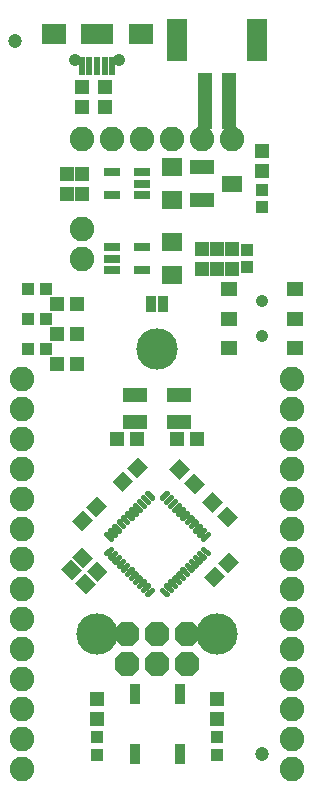
<source format=gbr>
G04 EAGLE Gerber RS-274X export*
G75*
%MOMM*%
%FSLAX34Y34*%
%LPD*%
%INSoldermask Top*%
%IPPOS*%
%AMOC8*
5,1,8,0,0,1.08239X$1,22.5*%
G01*
%ADD10P,2.254402X8X22.500000*%
%ADD11R,1.303200X1.203200*%
%ADD12R,1.003200X1.003200*%
%ADD13C,2.082800*%
%ADD14R,1.203200X1.303200*%
%ADD15R,2.003200X1.203200*%
%ADD16R,1.203200X4.803200*%
%ADD17R,1.803200X3.603200*%
%ADD18R,1.353200X1.203200*%
%ADD19C,1.053200*%
%ADD20R,0.838200X1.473200*%
%ADD21R,1.403200X0.753200*%
%ADD22C,1.203200*%
%ADD23C,0.457909*%
%ADD24R,2.103200X1.303200*%
%ADD25R,0.603200X1.603200*%
%ADD26R,2.000000X1.700000*%
%ADD27R,2.700000X1.700000*%
%ADD28R,1.803200X1.603200*%
%ADD29R,0.965200X1.727200*%
%ADD30C,3.505200*%


D10*
X101600Y101600D03*
X101600Y127000D03*
X127000Y101600D03*
X127000Y127000D03*
X152400Y101600D03*
X152400Y127000D03*
D11*
X42300Y355600D03*
X59300Y355600D03*
D12*
X17900Y368300D03*
X32900Y368300D03*
D11*
X42300Y381000D03*
X59300Y381000D03*
D12*
X17900Y393700D03*
X32900Y393700D03*
D13*
X12700Y342900D03*
X12700Y317500D03*
X12700Y292100D03*
X12700Y266700D03*
X12700Y241300D03*
X12700Y215900D03*
X12700Y190500D03*
X12700Y165100D03*
X12700Y139700D03*
X12700Y114300D03*
X12700Y88900D03*
X12700Y63500D03*
X12700Y38100D03*
X12700Y12700D03*
D11*
G36*
X72701Y222943D02*
X63487Y213729D01*
X54979Y222237D01*
X64193Y231451D01*
X72701Y222943D01*
G37*
G36*
X84721Y234963D02*
X75507Y225749D01*
X66999Y234257D01*
X76213Y243471D01*
X84721Y234963D01*
G37*
D14*
X50800Y516500D03*
X50800Y499500D03*
D12*
X32900Y419100D03*
X17900Y419100D03*
D11*
X59300Y406400D03*
X42300Y406400D03*
D15*
X165100Y522000D03*
X165100Y494000D03*
D16*
X167800Y577680D03*
X187800Y577680D03*
D17*
X143800Y629680D03*
X211800Y629680D03*
D18*
X187650Y418700D03*
X187650Y393700D03*
X187650Y368700D03*
X244150Y418700D03*
X244150Y393700D03*
X244150Y368700D03*
D19*
X215900Y408700D03*
X215900Y378700D03*
D20*
X194619Y508000D03*
X186381Y508000D03*
D13*
X165100Y546100D03*
X190500Y546100D03*
X88900Y546100D03*
X63500Y546100D03*
X63500Y469900D03*
X63500Y444500D03*
X139700Y546100D03*
X114300Y546100D03*
D21*
X114601Y498500D03*
X114601Y508000D03*
X114601Y517500D03*
X88599Y517500D03*
X88599Y498500D03*
D14*
X63500Y516500D03*
X63500Y499500D03*
D22*
X215900Y25400D03*
X6350Y628650D03*
D11*
G36*
X101289Y267277D02*
X110503Y276491D01*
X119011Y267983D01*
X109797Y258769D01*
X101289Y267277D01*
G37*
G36*
X89269Y255257D02*
X98483Y264471D01*
X106991Y255963D01*
X97777Y246749D01*
X89269Y255257D01*
G37*
G36*
X178599Y187107D02*
X187813Y196321D01*
X196321Y187813D01*
X187107Y178599D01*
X178599Y187107D01*
G37*
G36*
X166579Y175087D02*
X175793Y184301D01*
X184301Y175793D01*
X175087Y166579D01*
X166579Y175087D01*
G37*
D14*
X76200Y72000D03*
X76200Y55000D03*
D12*
X76200Y24250D03*
X76200Y39250D03*
D23*
X166204Y207326D02*
X170059Y211181D01*
X166204Y207326D02*
X165883Y207647D01*
X169738Y211502D01*
X170059Y211181D01*
X166524Y214716D02*
X162669Y210861D01*
X162348Y211182D01*
X166203Y215037D01*
X166524Y214716D01*
X163138Y218102D02*
X159283Y214247D01*
X158962Y214568D01*
X162817Y218423D01*
X163138Y218102D01*
X159602Y221638D02*
X155747Y217783D01*
X155426Y218104D01*
X159281Y221959D01*
X159602Y221638D01*
X156216Y225024D02*
X152361Y221169D01*
X152040Y221490D01*
X155895Y225345D01*
X156216Y225024D01*
X152681Y228560D02*
X148826Y224705D01*
X148505Y225026D01*
X152360Y228881D01*
X152681Y228560D01*
X148824Y232416D02*
X144969Y228561D01*
X148824Y232416D02*
X149145Y232095D01*
X145290Y228240D01*
X144969Y228561D01*
X141583Y231947D02*
X145438Y235802D01*
X145759Y235481D01*
X141904Y231626D01*
X141583Y231947D01*
X138047Y235483D02*
X141902Y239338D01*
X142223Y239017D01*
X138368Y235162D01*
X138047Y235483D01*
X134661Y238869D02*
X138516Y242724D01*
X138837Y242403D01*
X134982Y238548D01*
X134661Y238869D01*
X131126Y242404D02*
X134981Y246259D01*
X135302Y245938D01*
X131447Y242083D01*
X131126Y242404D01*
X122874Y242404D02*
X119019Y246259D01*
X122874Y242404D02*
X122553Y242083D01*
X118698Y245938D01*
X119019Y246259D01*
X115484Y242724D02*
X119339Y238869D01*
X119018Y238548D01*
X115163Y242403D01*
X115484Y242724D01*
X112098Y239338D02*
X115953Y235483D01*
X115632Y235162D01*
X111777Y239017D01*
X112098Y239338D01*
X108562Y235802D02*
X112417Y231947D01*
X112096Y231626D01*
X108241Y235481D01*
X108562Y235802D01*
X105176Y232416D02*
X109031Y228561D01*
X108710Y228240D01*
X104855Y232095D01*
X105176Y232416D01*
X101640Y228881D02*
X105495Y225026D01*
X105174Y224705D01*
X101319Y228560D01*
X101640Y228881D01*
X97784Y225024D02*
X101639Y221169D01*
X97784Y225024D02*
X98105Y225345D01*
X101960Y221490D01*
X101639Y221169D01*
X98253Y217783D02*
X94398Y221638D01*
X94719Y221959D01*
X98574Y218104D01*
X98253Y217783D01*
X94717Y214247D02*
X90862Y218102D01*
X91183Y218423D01*
X95038Y214568D01*
X94717Y214247D01*
X91331Y210861D02*
X87476Y214716D01*
X87797Y215037D01*
X91652Y211182D01*
X91331Y210861D01*
X87796Y207326D02*
X83941Y211181D01*
X84262Y211502D01*
X88117Y207647D01*
X87796Y207326D01*
X87796Y199074D02*
X83941Y195219D01*
X87796Y199074D02*
X88117Y198753D01*
X84262Y194898D01*
X83941Y195219D01*
X87476Y191684D02*
X91331Y195539D01*
X91652Y195218D01*
X87797Y191363D01*
X87476Y191684D01*
X90862Y188298D02*
X94717Y192153D01*
X95038Y191832D01*
X91183Y187977D01*
X90862Y188298D01*
X94398Y184762D02*
X98253Y188617D01*
X98574Y188296D01*
X94719Y184441D01*
X94398Y184762D01*
X97784Y181376D02*
X101639Y185231D01*
X101960Y184910D01*
X98105Y181055D01*
X97784Y181376D01*
X101319Y177840D02*
X105174Y181695D01*
X105495Y181374D01*
X101640Y177519D01*
X101319Y177840D01*
X105176Y173984D02*
X109031Y177839D01*
X105176Y173984D02*
X104855Y174305D01*
X108710Y178160D01*
X109031Y177839D01*
X112417Y174453D02*
X108562Y170598D01*
X108241Y170919D01*
X112096Y174774D01*
X112417Y174453D01*
X115953Y170917D02*
X112098Y167062D01*
X111777Y167383D01*
X115632Y171238D01*
X115953Y170917D01*
X119339Y167531D02*
X115484Y163676D01*
X115163Y163997D01*
X119018Y167852D01*
X119339Y167531D01*
X122874Y163996D02*
X119019Y160141D01*
X118698Y160462D01*
X122553Y164317D01*
X122874Y163996D01*
X131126Y163996D02*
X134981Y160141D01*
X131126Y163996D02*
X131447Y164317D01*
X135302Y160462D01*
X134981Y160141D01*
X138516Y163676D02*
X134661Y167531D01*
X134982Y167852D01*
X138837Y163997D01*
X138516Y163676D01*
X141902Y167062D02*
X138047Y170917D01*
X138368Y171238D01*
X142223Y167383D01*
X141902Y167062D01*
X145438Y170598D02*
X141583Y174453D01*
X141904Y174774D01*
X145759Y170919D01*
X145438Y170598D01*
X148824Y173984D02*
X144969Y177839D01*
X145290Y178160D01*
X149145Y174305D01*
X148824Y173984D01*
X152360Y177519D02*
X148505Y181374D01*
X148826Y181695D01*
X152681Y177840D01*
X152360Y177519D01*
X156216Y181376D02*
X152361Y185231D01*
X156216Y181376D02*
X155895Y181055D01*
X152040Y184910D01*
X152361Y185231D01*
X155747Y188617D02*
X159602Y184762D01*
X159281Y184441D01*
X155426Y188296D01*
X155747Y188617D01*
X159283Y192153D02*
X163138Y188298D01*
X162817Y187977D01*
X158962Y191832D01*
X159283Y192153D01*
X162669Y195539D02*
X166524Y191684D01*
X166203Y191363D01*
X162348Y195218D01*
X162669Y195539D01*
X166204Y199074D02*
X170059Y195219D01*
X169738Y194898D01*
X165883Y198753D01*
X166204Y199074D01*
D24*
X145500Y329000D03*
X108500Y306000D03*
X145500Y306000D03*
X108500Y329000D03*
D11*
X110100Y292100D03*
X93100Y292100D03*
X143900Y292100D03*
X160900Y292100D03*
G36*
X146743Y257499D02*
X137529Y266713D01*
X146037Y275221D01*
X155251Y266007D01*
X146743Y257499D01*
G37*
G36*
X158763Y245479D02*
X149549Y254693D01*
X158057Y263201D01*
X167271Y253987D01*
X158763Y245479D01*
G37*
G36*
X185997Y235261D02*
X195211Y226047D01*
X186703Y217539D01*
X177489Y226753D01*
X185997Y235261D01*
G37*
G36*
X173977Y247281D02*
X183191Y238067D01*
X174683Y229559D01*
X165469Y238773D01*
X173977Y247281D01*
G37*
D14*
X177800Y72000D03*
X177800Y55000D03*
D12*
X177800Y24250D03*
X177800Y39250D03*
D14*
X63500Y572525D03*
X63500Y589525D03*
X82550Y572525D03*
X82550Y589525D03*
D25*
X76200Y608000D03*
X82700Y608000D03*
X89200Y608000D03*
X69700Y608000D03*
X63200Y608000D03*
D19*
X95200Y613000D03*
X57200Y613000D03*
D26*
X113040Y635000D03*
X39360Y635000D03*
D27*
X76200Y635000D03*
D14*
X165100Y453000D03*
X165100Y436000D03*
D28*
X139700Y430500D03*
X139700Y458500D03*
D14*
X190500Y436000D03*
X190500Y453000D03*
D12*
X203200Y452000D03*
X203200Y437000D03*
D14*
X177800Y436000D03*
X177800Y453000D03*
D21*
X88599Y454000D03*
X88599Y444500D03*
X88599Y435000D03*
X114601Y435000D03*
X114601Y454000D03*
D20*
X132080Y406400D03*
X121920Y406400D03*
D11*
G36*
X75807Y188161D02*
X85021Y178947D01*
X76513Y170439D01*
X67299Y179653D01*
X75807Y188161D01*
G37*
G36*
X63787Y200181D02*
X73001Y190967D01*
X64493Y182459D01*
X55279Y191673D01*
X63787Y200181D01*
G37*
G36*
X54943Y172659D02*
X45729Y181873D01*
X54237Y190381D01*
X63451Y181167D01*
X54943Y172659D01*
G37*
G36*
X66963Y160639D02*
X57749Y169853D01*
X66257Y178361D01*
X75471Y169147D01*
X66963Y160639D01*
G37*
D13*
X241300Y342900D03*
X241300Y317500D03*
X241300Y292100D03*
X241300Y266700D03*
X241300Y241300D03*
X241300Y215900D03*
X241300Y190500D03*
X241300Y165100D03*
X241300Y139700D03*
X241300Y114300D03*
X241300Y88900D03*
X241300Y63500D03*
X241300Y38100D03*
X241300Y12700D03*
D29*
X146050Y76200D03*
X146050Y25400D03*
X107950Y76200D03*
X107950Y25400D03*
D28*
X139700Y494000D03*
X139700Y522000D03*
D14*
X215900Y518550D03*
X215900Y535550D03*
D12*
X215900Y487800D03*
X215900Y502800D03*
D30*
X127000Y368300D03*
X177800Y127000D03*
X76200Y127000D03*
M02*

</source>
